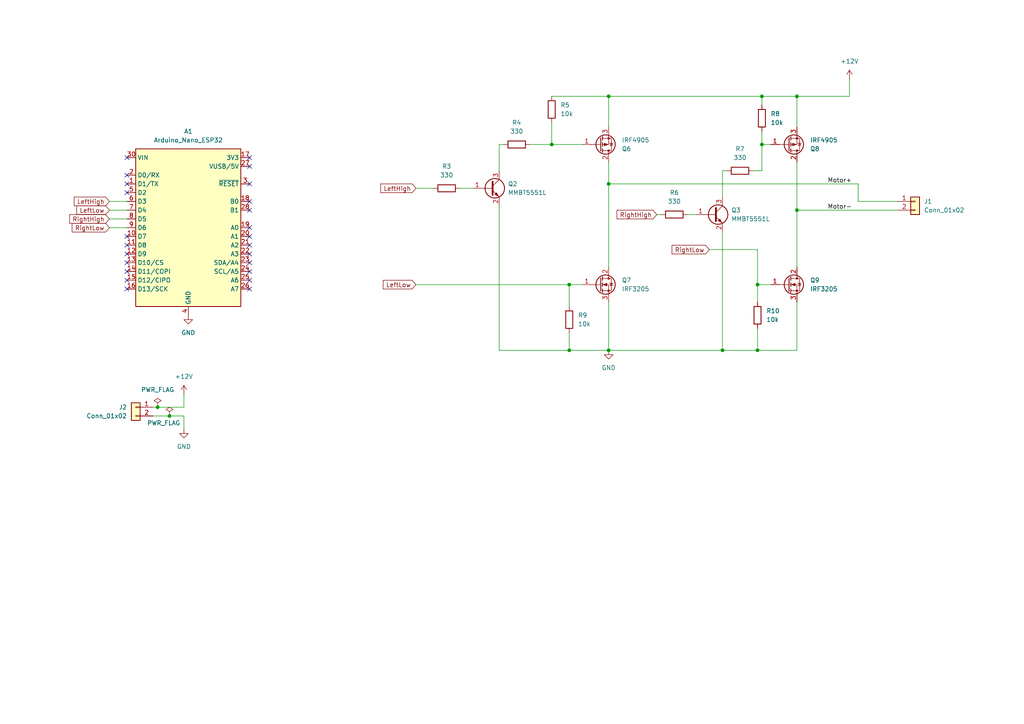
<source format=kicad_sch>
(kicad_sch (version 20250114) (generator "eeschema") (generator_version "9.0")
  (paper "A4")
  (lib_symbols
    (symbol "Connector_Generic:Conn_01x02" (pin_names (offset 1.016) (hide yes))
      (property "Reference" "J" (at 0 2.54 0))
      (property "Value" "Conn_01x02" (at 0 -5.08 0))
      (symbol "Conn_01x02_1_1"
        (rectangle (start -1.27 1.27) (end 1.27 -3.81) (stroke (width 0.254)) (fill (type background)))
        (rectangle (start -1.27 0.127) (end 0 -0.127) (stroke (width 0.1524)))
        (rectangle (start -1.27 -2.413) (end 0 -2.667) (stroke (width 0.1524)))
        (pin passive line (at -5.08 0 0) (length 3.81) (name "Pin_1") (number "1"))
        (pin passive line (at -5.08 -2.54 0) (length 3.81) (name "Pin_2") (number "2"))
      )
    )
    (symbol "Device:R" (pin_numbers (hide yes)) (pin_names (offset 0))
      (property "Reference" "R" (at 2.032 0 90))
      (property "Value" "R" (at 0 0 90))
      (symbol "R_0_1"
        (rectangle (start -1.016 -2.54) (end 1.016 2.54) (stroke (width 0.254)))
      )
      (symbol "R_1_1"
        (pin passive line (at 0 3.81 270) (length 1.27) (name "~") (number "1"))
        (pin passive line (at 0 -3.81 90) (length 1.27) (name "~") (number "2"))
      )
    )
    (symbol "MCU_Module:Arduino_Nano_ESP32"
      (property "Reference" "A" (at -14.986 23.622 0))
      (property "Value" "Arduino_Nano_ESP32" (at 3.81 -25.654 0))
      (symbol "Arduino_Nano_ESP32_0_1"
        (rectangle (start -15.24 22.86) (end 15.24 -22.86) (stroke (width 0.254)) (fill (type background)))
      )
      (symbol "Arduino_Nano_ESP32_1_1"
        (pin power_in line (at -17.78 20.32 0) (length 2.54) (name "VIN") (number "30"))
        (pin bidirectional line (at -17.78 15.24 0) (length 2.54) (name "D0/RX") (number "2"))
        (pin bidirectional line (at -17.78 12.7 0) (length 2.54) (name "D1/TX") (number "1"))
        (pin bidirectional line (at -17.78 10.16 0) (length 2.54) (name "D2") (number "5"))
        (pin bidirectional line (at -17.78 7.62 0) (length 2.54) (name "D3") (number "6"))
        (pin bidirectional line (at -17.78 5.08 0) (length 2.54) (name "D4") (number "7"))
        (pin bidirectional line (at -17.78 2.54 0) (length 2.54) (name "D5") (number "8"))
        (pin bidirectional line (at -17.78 0 0) (length 2.54) (name "D6") (number "9"))
        (pin bidirectional line (at -17.78 -2.54 0) (length 2.54) (name "D7") (number "10"))
        (pin bidirectional line (at -17.78 -5.08 0) (length 2.54) (name "D8") (number "11"))
        (pin bidirectional line (at -17.78 -7.62 0) (length 2.54) (name "D9") (number "12"))
        (pin bidirectional line (at -17.78 -10.16 0) (length 2.54) (name "D10/CS") (number "13"))
        (pin bidirectional line (at -17.78 -12.7 0) (length 2.54) (name "D11/COPI") (number "14"))
        (pin bidirectional line (at -17.78 -15.24 0) (length 2.54) (name "D12/CIPO") (number "15"))
        (pin bidirectional line (at -17.78 -17.78 0) (length 2.54) (name "D13/SCK") (number "16"))
        (pin passive line (at 0 -25.4 90) (length 2.54) (hide yes) (name "GND") (number "29"))
        (pin power_in line (at 0 -25.4 90) (length 2.54) (name "GND") (number "4"))
        (pin power_out line (at 17.78 20.32 180) (length 2.54) (name "3V3") (number "17"))
        (pin power_out line (at 17.78 17.78 180) (length 2.54) (name "VUSB/5V") (number "27"))
        (pin input line (at 17.78 12.7 180) (length 2.54) (name "~{RESET}") (number "3"))
        (pin bidirectional line (at 17.78 7.62 180) (length 2.54) (name "B0") (number "18"))
        (pin bidirectional line (at 17.78 5.08 180) (length 2.54) (name "B1") (number "28"))
        (pin bidirectional line (at 17.78 0 180) (length 2.54) (name "A0") (number "19"))
        (pin bidirectional line (at 17.78 -2.54 180) (length 2.54) (name "A1") (number "20"))
        (pin bidirectional line (at 17.78 -5.08 180) (length 2.54) (name "A2") (number "21"))
        (pin bidirectional line (at 17.78 -7.62 180) (length 2.54) (name "A3") (number "22"))
        (pin bidirectional line (at 17.78 -10.16 180) (length 2.54) (name "SDA/A4") (number "23"))
        (pin bidirectional line (at 17.78 -12.7 180) (length 2.54) (name "SCL/A5") (number "24"))
        (pin bidirectional line (at 17.78 -15.24 180) (length 2.54) (name "A6") (number "25"))
        (pin bidirectional line (at 17.78 -17.78 180) (length 2.54) (name "A7") (number "26"))
      )
    )
    (symbol "Transistor_BJT:MMBT5551L" (pin_names (offset 0) (hide yes))
      (property "Reference" "Q" (at 5.08 1.905 0))
      (property "Value" "MMBT5551L" (at 5.08 0 0))
      (symbol "MMBT5551L_0_1"
        (polyline (pts (xy -2.54 0) (xy 0.635 0)))
        (polyline (pts (xy 0.635 1.905) (xy 0.635 -1.905)) (stroke (width 0.508)))
        (circle (center 1.27 0) (radius 2.8194) (stroke (width 0.254)))
      )
      (symbol "MMBT5551L_1_1"
        (polyline (pts (xy 0.635 0.635) (xy 2.54 2.54)))
        (polyline (pts (xy 0.635 -0.635) (xy 2.54 -2.54)))
        (polyline (pts (xy 1.27 -1.778) (xy 1.778 -1.27) (xy 2.286 -2.286) (xy 1.27 -1.778)) (fill (type outline)))
        (pin input line (at -5.08 0 0) (length 2.54) (name "B") (number "1"))
        (pin passive line (at 2.54 5.08 270) (length 2.54) (name "C") (number "3"))
        (pin passive line (at 2.54 -5.08 90) (length 2.54) (name "E") (number "2"))
      )
    )
    (symbol "Transistor_FET:IRF3205" (pin_names (hide yes))
      (property "Reference" "Q" (at 5.08 1.905 0))
      (property "Value" "IRF3205" (at 5.08 0 0))
      (symbol "IRF3205_0_1"
        (polyline (pts (xy 0.254 1.905) (xy 0.254 -1.905)) (stroke (width 0.254)))
        (polyline (pts (xy 0.254 0) (xy -2.54 0)))
        (polyline (pts (xy 0.762 2.286) (xy 0.762 1.27)) (stroke (width 0.254)))
        (polyline (pts (xy 0.762 0.508) (xy 0.762 -0.508)) (stroke (width 0.254)))
        (polyline (pts (xy 0.762 -1.27) (xy 0.762 -2.286)) (stroke (width 0.254)))
        (polyline (pts (xy 0.762 -1.778) (xy 3.302 -1.778) (xy 3.302 1.778) (xy 0.762 1.778)))
        (polyline (pts (xy 1.016 0) (xy 2.032 0.381) (xy 2.032 -0.381) (xy 1.016 0)) (fill (type outline)))
        (circle (center 1.651 0) (radius 2.794) (stroke (width 0.254)))
        (polyline (pts (xy 2.54 2.54) (xy 2.54 1.778)))
        (circle (center 2.54 1.778) (radius 0.254) (fill (type outline)))
        (circle (center 2.54 -1.778) (radius 0.254) (fill (type outline)))
        (polyline (pts (xy 2.54 -2.54) (xy 2.54 0) (xy 0.762 0)))
        (polyline (pts (xy 2.794 0.508) (xy 2.921 0.381) (xy 3.683 0.381) (xy 3.81 0.254)))
        (polyline (pts (xy 3.302 0.381) (xy 2.921 -0.254) (xy 3.683 -0.254) (xy 3.302 0.381)))
      )
      (symbol "IRF3205_1_1"
        (pin input line (at -5.08 0 0) (length 2.54) (name "G") (number "1"))
        (pin passive line (at 2.54 5.08 270) (length 2.54) (name "D") (number "2"))
        (pin passive line (at 2.54 -5.08 90) (length 2.54) (name "S") (number "3"))
      )
    )
    (symbol "Transistor_FET:IRF4905" (pin_names (hide yes))
      (property "Reference" "Q" (at 5.08 1.905 0))
      (property "Value" "IRF4905" (at 5.08 0 0))
      (symbol "IRF4905_0_1"
        (polyline (pts (xy 0.254 1.905) (xy 0.254 -1.905)) (stroke (width 0.254)))
        (polyline (pts (xy 0.254 0) (xy -2.54 0)))
        (polyline (pts (xy 0.762 2.286) (xy 0.762 1.27)) (stroke (width 0.254)))
        (polyline (pts (xy 0.762 1.778) (xy 3.302 1.778) (xy 3.302 -1.778) (xy 0.762 -1.778)))
        (polyline (pts (xy 0.762 0.508) (xy 0.762 -0.508)) (stroke (width 0.254)))
        (polyline (pts (xy 0.762 -1.27) (xy 0.762 -2.286)) (stroke (width 0.254)))
        (circle (center 1.651 0) (radius 2.794) (stroke (width 0.254)))
        (polyline (pts (xy 2.286 0) (xy 1.27 0.381) (xy 1.27 -0.381) (xy 2.286 0)) (fill (type outline)))
        (polyline (pts (xy 2.54 2.54) (xy 2.54 1.778)))
        (circle (center 2.54 1.778) (radius 0.254) (fill (type outline)))
        (circle (center 2.54 -1.778) (radius 0.254) (fill (type outline)))
        (polyline (pts (xy 2.54 -2.54) (xy 2.54 0) (xy 0.762 0)))
        (polyline (pts (xy 2.794 -0.508) (xy 2.921 -0.381) (xy 3.683 -0.381) (xy 3.81 -0.254)))
        (polyline (pts (xy 3.302 -0.381) (xy 2.921 0.254) (xy 3.683 0.254) (xy 3.302 -0.381)))
      )
      (symbol "IRF4905_1_1"
        (pin input line (at -5.08 0 0) (length 2.54) (name "G") (number "1"))
        (pin passive line (at 2.54 5.08 270) (length 2.54) (name "D") (number "2"))
        (pin passive line (at 2.54 -5.08 90) (length 2.54) (name "S") (number "3"))
      )
    )
    (symbol "power:+12V" (power) (pin_numbers (hide yes)) (pin_names (offset 0) (hide yes))
      (property "Value" "+12V" (at 0 3.556 0))
      (symbol "+12V_0_1"
        (polyline (pts (xy -0.762 1.27) (xy 0 2.54)))
        (polyline (pts (xy 0 2.54) (xy 0.762 1.27)))
        (polyline (pts (xy 0 0) (xy 0 2.54)))
      )
      (symbol "+12V_1_1"
        (pin power_in line (at 0 0 90) (length 0) (name "~") (number "1"))
      )
    )
    (symbol "power:GND" (power) (pin_numbers (hide yes)) (pin_names (offset 0) (hide yes))
      (property "Value" "GND" (at 0 -3.81 0))
      (symbol "GND_0_1"
        (polyline (pts (xy 0 0) (xy 0 -1.27) (xy 1.27 -1.27) (xy 0 -2.54) (xy -1.27 -1.27) (xy 0 -1.27)))
      )
      (symbol "GND_1_1"
        (pin power_in line (at 0 0 270) (length 0) (name "~") (number "1"))
      )
    )
    (symbol "power:PWR_FLAG" (power) (pin_numbers (hide yes)) (pin_names (offset 0) (hide yes))
      (property "Value" "PWR_FLAG" (at 0 3.81 0))
      (symbol "PWR_FLAG_0_0"
        (pin power_out line (at 0 0 90) (length 0) (name "~") (number "1"))
      )
      (symbol "PWR_FLAG_0_1"
        (polyline (pts (xy 0 0) (xy 0 1.27) (xy -1.016 1.905) (xy 0 2.54) (xy 1.016 1.905) (xy 0 1.27)))
      )
    )
  )
  (junction (at 45.72 118.11))
  (junction (at 176.53 53.34))
  (junction (at 49.166 120.65))
  (junction (at 231.14 60.96))
  (junction (at 209.55 101.6))
  (junction (at 220.98 41.91))
  (junction (at 219.71 101.6))
  (junction (at 231.14 27.94))
  (junction (at 160.02 41.91))
  (junction (at 165.1 82.55))
  (junction (at 176.53 101.6))
  (junction (at 220.98 27.94))
  (junction (at 219.71 82.55))
  (junction (at 165.1 101.6))
  (junction (at 176.53 27.94))
  (no_connect (at 72.39 78.74))
  (no_connect (at 36.83 45.72))
  (no_connect (at 36.83 76.2))
  (no_connect (at 72.39 60.96))
  (no_connect (at 72.39 76.2))
  (no_connect (at 72.39 53.34))
  (no_connect (at 72.39 83.82))
  (no_connect (at 72.39 73.66))
  (no_connect (at 36.83 53.34))
  (no_connect (at 36.83 83.82))
  (no_connect (at 36.83 50.8))
  (no_connect (at 72.39 58.42))
  (no_connect (at 72.39 48.26))
  (no_connect (at 36.83 71.12))
  (no_connect (at 72.39 71.12))
  (no_connect (at 72.39 45.72))
  (no_connect (at 36.83 81.28))
  (no_connect (at 36.83 78.74))
  (no_connect (at 72.39 68.58))
  (no_connect (at 36.83 55.88))
  (no_connect (at 72.39 81.28))
  (no_connect (at 36.83 68.58))
  (no_connect (at 72.39 66.04))
  (no_connect (at 36.83 73.66))
  (wire (pts (xy 165.1 82.55) (xy 165.1 88.9)))
  (wire (pts (xy 231.14 27.94) (xy 231.14 36.83)))
  (wire (pts (xy 210.82 49.53) (xy 209.55 49.53)))
  (wire (pts (xy 45.72 118.11) (xy 53.34 118.11)))
  (wire (pts (xy 231.14 87.63) (xy 231.14 101.6)))
  (wire (pts (xy 44.45 118.11) (xy 45.72 118.11)))
  (wire (pts (xy 218.44 49.53) (xy 220.98 49.53)))
  (wire (pts (xy 153.67 41.91) (xy 160.02 41.91)))
  (wire (pts (xy 220.98 27.94) (xy 231.14 27.94)))
  (wire (pts (xy 144.78 59.69) (xy 144.78 101.6)))
  (wire (pts (xy 209.55 67.31) (xy 209.55 101.6)))
  (wire (pts (xy 168.91 82.55) (xy 165.1 82.55)))
  (wire (pts (xy 160.02 41.91) (xy 160.02 35.56)))
  (wire (pts (xy 260.35 58.42) (xy 248.92 58.42)))
  (wire (pts (xy 168.91 41.91) (xy 160.02 41.91)))
  (wire (pts (xy 205.74 72.39) (xy 219.71 72.39)))
  (wire (pts (xy 31.75 60.96) (xy 36.83 60.96)))
  (wire (pts (xy 120.65 54.61) (xy 125.73 54.61)))
  (wire (pts (xy 176.53 53.34) (xy 176.53 77.47)))
  (wire (pts (xy 219.71 95.25) (xy 219.71 101.6)))
  (wire (pts (xy 209.55 49.53) (xy 209.55 57.15)))
  (wire (pts (xy 231.14 101.6) (xy 219.71 101.6)))
  (wire (pts (xy 223.52 41.91) (xy 220.98 41.91)))
  (wire (pts (xy 231.14 46.99) (xy 231.14 60.96)))
  (wire (pts (xy 231.14 60.96) (xy 231.14 77.47)))
  (wire (pts (xy 49.166 120.65) (xy 53.34 120.65)))
  (wire (pts (xy 219.71 101.6) (xy 209.55 101.6)))
  (wire (pts (xy 220.98 27.94) (xy 220.98 30.48)))
  (wire (pts (xy 220.98 41.91) (xy 220.98 38.1)))
  (wire (pts (xy 133.35 54.61) (xy 137.16 54.61)))
  (wire (pts (xy 144.78 101.6) (xy 165.1 101.6)))
  (wire (pts (xy 176.53 101.6) (xy 165.1 101.6)))
  (wire (pts (xy 248.92 53.34) (xy 176.53 53.34)))
  (wire (pts (xy 223.52 82.55) (xy 219.71 82.55)))
  (wire (pts (xy 248.92 58.42) (xy 248.92 53.34)))
  (wire (pts (xy 160.02 27.94) (xy 176.53 27.94)))
  (wire (pts (xy 190.5 62.23) (xy 191.77 62.23)))
  (wire (pts (xy 31.75 63.5) (xy 36.83 63.5)))
  (wire (pts (xy 44.45 120.65) (xy 49.166 120.65)))
  (wire (pts (xy 176.53 27.94) (xy 220.98 27.94)))
  (wire (pts (xy 144.78 41.91) (xy 144.78 49.53)))
  (wire (pts (xy 120.65 82.55) (xy 165.1 82.55)))
  (wire (pts (xy 209.55 101.6) (xy 176.53 101.6)))
  (wire (pts (xy 146.05 41.91) (xy 144.78 41.91)))
  (wire (pts (xy 31.75 58.42) (xy 36.83 58.42)))
  (wire (pts (xy 219.71 82.55) (xy 219.71 87.63)))
  (wire (pts (xy 231.14 60.96) (xy 260.35 60.96)))
  (wire (pts (xy 31.75 66.04) (xy 36.83 66.04)))
  (wire (pts (xy 165.1 101.6) (xy 165.1 96.52)))
  (wire (pts (xy 219.71 82.55) (xy 219.71 72.39)))
  (wire (pts (xy 246.38 22.86) (xy 246.38 27.94)))
  (wire (pts (xy 53.34 124.46) (xy 53.34 120.65)))
  (wire (pts (xy 176.53 46.99) (xy 176.53 53.34)))
  (wire (pts (xy 231.14 27.94) (xy 246.38 27.94)))
  (wire (pts (xy 176.53 87.63) (xy 176.53 101.6)))
  (wire (pts (xy 199.39 62.23) (xy 201.93 62.23)))
  (wire (pts (xy 176.53 36.83) (xy 176.53 27.94)))
  (wire (pts (xy 53.34 118.11) (xy 53.34 114.3)))
  (wire (pts (xy 220.98 41.91) (xy 220.98 49.53)))
  (label "Motor+" (at 240.03 53.34 0))
  (label "Motor-" (at 240.03 60.96 0))
  (global_label "RightHigh" (shape input) (at 31.75 63.5 180) (property "Intersheetrefs" "${INTERSHEET_REFS}" (effects (hide yes))))
  (global_label "RightHigh" (shape input) (at 190.5 62.23 180) (property "Intersheetrefs" "${INTERSHEET_REFS}" (effects (hide yes))))
  (global_label "RightLow" (shape input) (at 31.75 66.04 180) (property "Intersheetrefs" "${INTERSHEET_REFS}" (effects (hide yes))))
  (global_label "LeftHigh" (shape input) (at 120.65 54.61 180) (property "Intersheetrefs" "${INTERSHEET_REFS}" (effects (hide yes))))
  (global_label "LeftHigh" (shape input) (at 31.75 58.42 180) (property "Intersheetrefs" "${INTERSHEET_REFS}" (effects (hide yes))))
  (global_label "LeftLow" (shape input) (at 120.65 82.55 180) (property "Intersheetrefs" "${INTERSHEET_REFS}" (effects (hide yes))))
  (global_label "LeftLow" (shape input) (at 31.75 60.96 180) (property "Intersheetrefs" "${INTERSHEET_REFS}" (effects (hide yes))))
  (global_label "RightLow" (shape input) (at 205.74 72.39 180) (property "Intersheetrefs" "${INTERSHEET_REFS}" (effects (hide yes))))
  (symbol (lib_id "Device:R") (at 195.58 62.23 90) (unit 1)
    (property "Reference" "R6" (at 195.58 55.88 90))
    (property "Value" "330" (at 195.58 58.42 90))
    (property "Footprint" "Resistor_SMD:R_0805_2012Metric" (effects (hide yes)))
    (property "Description" "Resistor" (effects (hide yes)))
    (property "MPN" "C17630" (effects (hide yes)))
  )
  (symbol (lib_id "power:PWR_FLAG") (at 45.72 118.11 0) (unit 1)
    (property "Reference" "#FLG01" (effects (hide yes)))
    (property "Value" "PWR_FLAG" (at 45.72 113.03 0))
    (property "Description" "Special symbol for telling ERC where power comes from" (effects (hide yes)))
  )
  (symbol (lib_id "power:+12V") (at 246.38 22.86 0) (unit 1)
    (property "Reference" "#PWR01" (effects (hide yes)))
    (property "Value" "+12V" (at 246.38 17.78 0))
    (property "Description" "Power symbol creates a global label with name \"+12V\"" (effects (hide yes)))
  )
  (symbol (lib_id "Transistor_FET:IRF3205") (at 173.99 82.55 0) (unit 1)
    (property "Reference" "Q7" (at 180.34 81.2799 0) (effects (justify left)))
    (property "Value" "IRF3205" (at 180.34 83.8199 0) (effects (justify left)))
    (property "Footprint" "Package_TO_SOT_THT:TO-220-3_Vertical" (effects (hide yes)))
    (property "Datasheet" "http://www.irf.com/product-info/datasheets/data/irf3205.pdf" (effects (hide yes)))
    (property "Description" "110A Id, 55V Vds, Single N-Channel HEXFET Power MOSFET, 8mOhm Ron, TO-220AB" (effects (hide yes)))
  )
  (symbol (lib_id "power:+12V") (at 53.34 114.3 0) (unit 1)
    (property "Reference" "#PWR04" (effects (hide yes)))
    (property "Value" "+12V" (at 53.34 109.22 0))
    (property "Description" "Power symbol creates a global label with name \"+12V\"" (effects (hide yes)))
  )
  (symbol (lib_id "power:GND") (at 54.61 91.44 0) (unit 1)
    (property "Reference" "#PWR03" (effects (hide yes)))
    (property "Value" "GND" (at 54.61 96.52 0))
    (property "Description" "Power symbol creates a global label with name \"GND\" , ground" (effects (hide yes)))
  )
  (symbol (lib_id "Device:R") (at 160.02 31.75 0) (unit 1)
    (property "Reference" "R5" (at 162.56 30.4799 0) (effects (justify left)))
    (property "Value" "10k" (at 162.56 33.0199 0) (effects (justify left)))
    (property "Footprint" "Resistor_SMD:R_0805_2012Metric" (effects (hide yes)))
    (property "Description" "Resistor" (effects (hide yes)))
    (property "MPN" "C17414" (effects (hide yes)))
  )
  (symbol (lib_id "Device:R") (at 214.63 49.53 90) (unit 1)
    (property "Reference" "R7" (at 214.63 43.18 90))
    (property "Value" "330" (at 214.63 45.72 90))
    (property "Footprint" "Resistor_SMD:R_0805_2012Metric" (effects (hide yes)))
    (property "Description" "Resistor" (effects (hide yes)))
    (property "MPN" "C17630" (effects (hide yes)))
  )
  (symbol (lib_id "power:PWR_FLAG") (at 49.166 120.65 0) (unit 1)
    (property "Reference" "#FLG02" (effects (hide yes)))
    (property "Value" "PWR_FLAG" (at 47.498 122.682 0))
    (property "Description" "Special symbol for telling ERC where power comes from" (effects (hide yes)))
  )
  (symbol (lib_id "Device:R") (at 149.86 41.91 90) (unit 1)
    (property "Reference" "R4" (at 149.86 35.56 90))
    (property "Value" "330" (at 149.86 38.1 90))
    (property "Footprint" "Resistor_SMD:R_0805_2012Metric" (effects (hide yes)))
    (property "Description" "Resistor" (effects (hide yes)))
    (property "MPN" "C17630" (effects (hide yes)))
  )
  (symbol (lib_id "Transistor_FET:IRF4905") (at 173.99 41.91 0) (mirror x) (unit 1)
    (property "Reference" "Q6" (at 180.34 43.1801 0) (effects (justify left)))
    (property "Value" "IRF4905" (at 180.34 40.6401 0) (effects (justify left)))
    (property "Footprint" "Package_TO_SOT_THT:TO-220-3_Vertical" (effects (hide yes)))
    (property "Datasheet" "http://www.infineon.com/dgdl/irf4905.pdf?fileId=5546d462533600a4015355e32165197c" (effects (hide yes)))
    (property "Description" "-74A Id, -55V Vds, Single P-Channel HEXFET Power MOSFET, 20mOhm Ron, TO-220AB" (effects (hide yes)))
  )
  (symbol (lib_id "MCU_Module:Arduino_Nano_ESP32") (at 54.61 66.04 0) (unit 1)
    (property "Reference" "A1" (at 54.61 38.1 0))
    (property "Value" "Arduino_Nano_ESP32" (at 54.61 40.64 0))
    (property "Footprint" "Module:Arduino_Nano" (effects (hide yes)))
    (property "Datasheet" "https://docs.arduino.cc/resources/datasheets/ABX00083-datasheet.pdf" (effects (hide yes)))
    (property "Description" "Arduino Nano board based on the ESP32-S3 with a dual-core 240 MHz processor, 384 kB ROM, 512 kB SRAM. Operates at 3.3V, with 5V USB-C® input and 6-21V VIN. Features Wi-Fi®, Bluetooth® LE, digital and analog pins, and supports SPI, I2C, UART, I2S, and CAN." (effects (hide yes)))
  )
  (symbol (lib_id "Device:R") (at 219.71 91.44 0) (unit 1)
    (property "Reference" "R10" (at 222.25 90.1699 0) (effects (justify left)))
    (property "Value" "10k" (at 222.25 92.7099 0) (effects (justify left)))
    (property "Footprint" "Resistor_SMD:R_0805_2012Metric" (effects (hide yes)))
    (property "Description" "Resistor" (effects (hide yes)))
    (property "MPN" "C17414" (effects (hide yes)))
  )
  (symbol (lib_id "Transistor_FET:IRF4905") (at 228.6 41.91 0) (mirror x) (unit 1)
    (property "Reference" "Q8" (at 234.95 43.1801 0) (effects (justify left)))
    (property "Value" "IRF4905" (at 234.95 40.6401 0) (effects (justify left)))
    (property "Footprint" "Package_TO_SOT_THT:TO-220-3_Vertical" (effects (hide yes)))
    (property "Datasheet" "http://www.infineon.com/dgdl/irf4905.pdf?fileId=5546d462533600a4015355e32165197c" (effects (hide yes)))
    (property "Description" "-74A Id, -55V Vds, Single P-Channel HEXFET Power MOSFET, 20mOhm Ron, TO-220AB" (effects (hide yes)))
  )
  (symbol (lib_id "power:GND") (at 53.34 124.46 0) (unit 1)
    (property "Reference" "#PWR05" (effects (hide yes)))
    (property "Value" "GND" (at 53.34 129.54 0))
    (property "Description" "Power symbol creates a global label with name \"GND\" , ground" (effects (hide yes)))
  )
  (symbol (lib_id "Device:R") (at 165.1 92.71 0) (unit 1)
    (property "Reference" "R9" (at 167.64 91.4399 0) (effects (justify left)))
    (property "Value" "10k" (at 167.64 93.9799 0) (effects (justify left)))
    (property "Footprint" "Resistor_SMD:R_0805_2012Metric" (effects (hide yes)))
    (property "Description" "Resistor" (effects (hide yes)))
    (property "MPN" "C17414" (effects (hide yes)))
  )
  (symbol (lib_id "Connector_Generic:Conn_01x02") (at 265.43 58.42 0) (unit 1)
    (property "Reference" "J1" (at 267.97 58.4199 0) (effects (justify left)))
    (property "Value" "Conn_01x02" (at 267.97 60.9599 0) (effects (justify left)))
    (property "Footprint" "Connector_TE-Connectivity:TE_440055-2_1x02_P2.00mm_Horizontal" (effects (hide yes)))
    (property "Description" "Generic connector, single row, 01x02, script generated (kicad-library-utils/schlib/autogen/connector/)" (effects (hide yes)))
  )
  (symbol (lib_id "Transistor_BJT:MMBT5551L") (at 207.01 62.23 0) (unit 1)
    (property "Reference" "Q3" (at 212.09 60.9599 0) (effects (justify left)))
    (property "Value" "MMBT5551L" (at 212.09 63.4999 0) (effects (justify left)))
    (property "Footprint" "Package_TO_SOT_SMD:SOT-23" (effects (hide yes)))
    (property "Datasheet" "www.onsemi.com/pub/Collateral/MMBT5550LT1-D.PDF" (effects (hide yes)))
    (property "Description" "0.6A Ic, 160V Vce, NPN Transistor, SOT-23" (effects (hide yes)))
    (property "MPN" "C2145" (effects (hide yes)))
  )
  (symbol (lib_id "Transistor_FET:IRF3205") (at 228.6 82.55 0) (unit 1)
    (property "Reference" "Q9" (at 234.95 81.2799 0) (effects (justify left)))
    (property "Value" "IRF3205" (at 234.95 83.8199 0) (effects (justify left)))
    (property "Footprint" "Package_TO_SOT_THT:TO-220-3_Vertical" (effects (hide yes)))
    (property "Datasheet" "http://www.irf.com/product-info/datasheets/data/irf3205.pdf" (effects (hide yes)))
    (property "Description" "110A Id, 55V Vds, Single N-Channel HEXFET Power MOSFET, 8mOhm Ron, TO-220AB" (effects (hide yes)))
  )
  (symbol (lib_id "power:GND") (at 176.53 101.6 0) (unit 1)
    (property "Reference" "#PWR02" (effects (hide yes)))
    (property "Value" "GND" (at 176.53 106.68 0))
    (property "Description" "Power symbol creates a global label with name \"GND\" , ground" (effects (hide yes)))
  )
  (symbol (lib_id "Device:R") (at 220.98 34.29 0) (unit 1)
    (property "Reference" "R8" (at 223.52 33.0199 0) (effects (justify left)))
    (property "Value" "10k" (at 223.52 35.5599 0) (effects (justify left)))
    (property "Footprint" "Resistor_SMD:R_0805_2012Metric" (effects (hide yes)))
    (property "Description" "Resistor" (effects (hide yes)))
    (property "MPN" "C17414" (effects (hide yes)))
  )
  (symbol (lib_id "Connector_Generic:Conn_01x02") (at 39.37 118.11 0) (mirror y) (unit 1)
    (property "Reference" "J2" (at 36.83 118.1099 0) (effects (justify left)))
    (property "Value" "Conn_01x02" (at 36.83 120.6499 0) (effects (justify left)))
    (property "Footprint" "Connector_Phoenix_MC:PhoenixContact_MCV_1,5_2-G-3.5_1x02_P3.50mm_Vertical" (effects (hide yes)))
    (property "Description" "Generic connector, single row, 01x02, script generated (kicad-library-utils/schlib/autogen/connector/)" (effects (hide yes)))
  )
  (symbol (lib_id "Transistor_BJT:MMBT5551L") (at 142.24 54.61 0) (unit 1)
    (property "Reference" "Q2" (at 147.32 53.3399 0) (effects (justify left)))
    (property "Value" "MMBT5551L" (at 147.32 55.8799 0) (effects (justify left)))
    (property "Footprint" "Package_TO_SOT_SMD:SOT-23" (effects (hide yes)))
    (property "Datasheet" "www.onsemi.com/pub/Collateral/MMBT5550LT1-D.PDF" (effects (hide yes)))
    (property "Description" "0.6A Ic, 160V Vce, NPN Transistor, SOT-23" (effects (hide yes)))
    (property "MPN" "C2145" (effects (hide yes)))
  )
  (symbol (lib_id "Device:R") (at 129.54 54.61 90) (unit 1)
    (property "Reference" "R3" (at 129.54 48.26 90))
    (property "Value" "330" (at 129.54 50.8 90))
    (property "Footprint" "Resistor_SMD:R_0805_2012Metric" (effects (hide yes)))
    (property "Description" "Resistor" (effects (hide yes)))
    (property "MPN" "C17630" (effects (hide yes)))
  )
)
</source>
